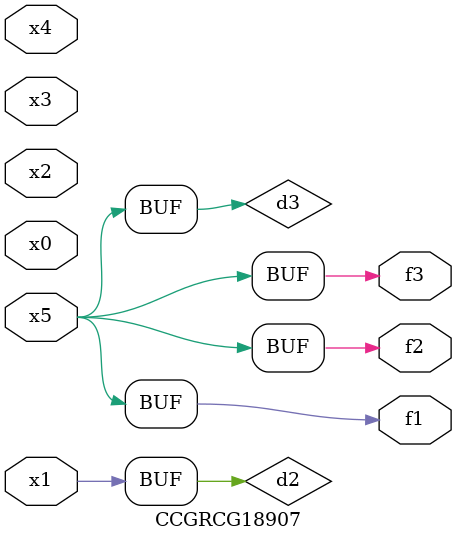
<source format=v>
module CCGRCG18907(
	input x0, x1, x2, x3, x4, x5,
	output f1, f2, f3
);

	wire d1, d2, d3;

	not (d1, x5);
	or (d2, x1);
	xnor (d3, d1);
	assign f1 = d3;
	assign f2 = d3;
	assign f3 = d3;
endmodule

</source>
